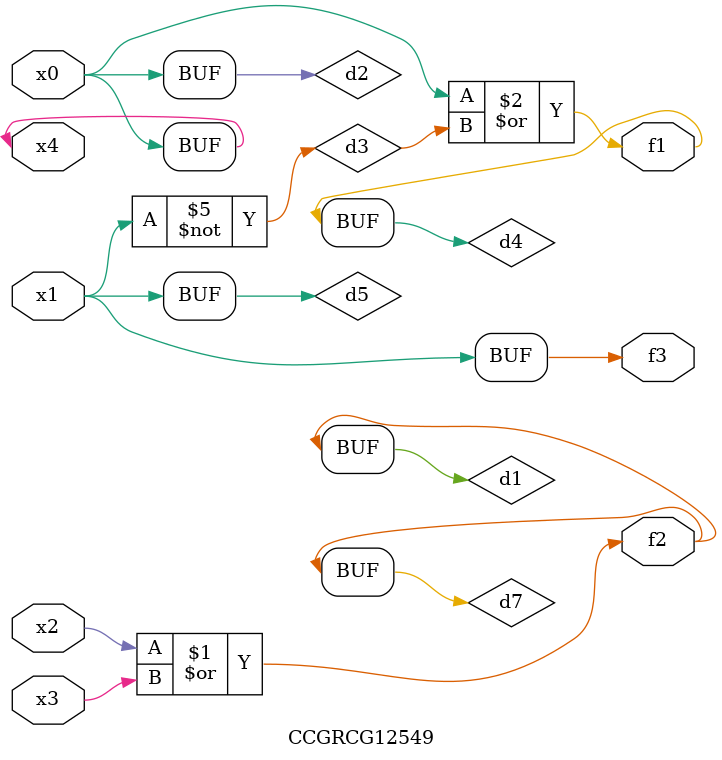
<source format=v>
module CCGRCG12549(
	input x0, x1, x2, x3, x4,
	output f1, f2, f3
);

	wire d1, d2, d3, d4, d5, d6, d7;

	or (d1, x2, x3);
	buf (d2, x0, x4);
	not (d3, x1);
	or (d4, d2, d3);
	not (d5, d3);
	nand (d6, d1, d3);
	or (d7, d1);
	assign f1 = d4;
	assign f2 = d7;
	assign f3 = d5;
endmodule

</source>
